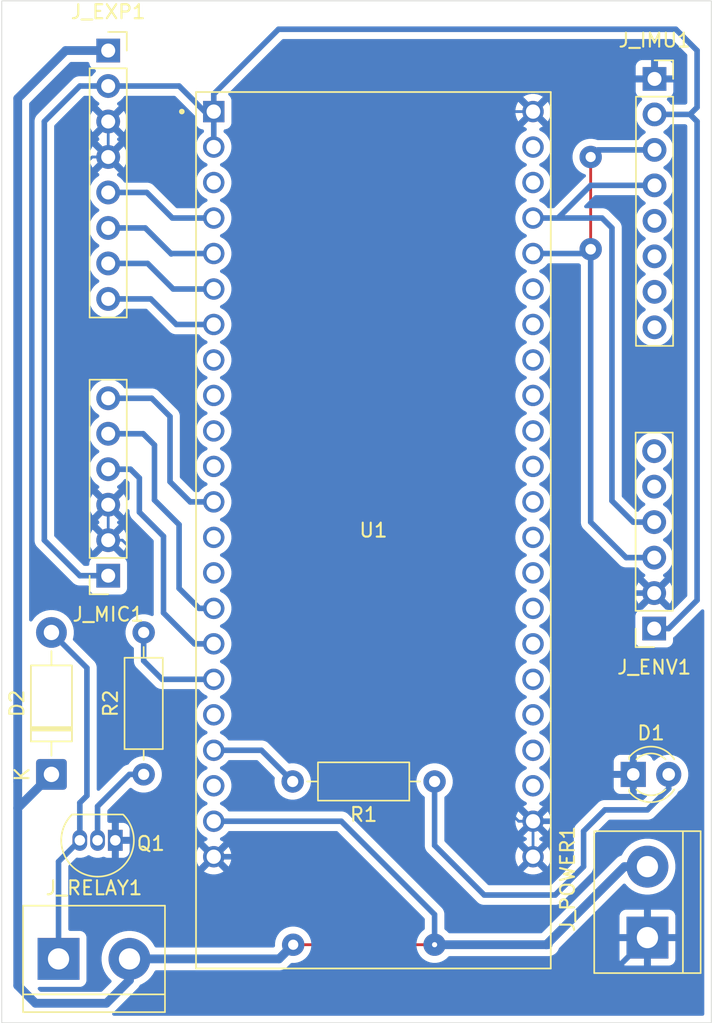
<source format=kicad_pcb>
(kicad_pcb (version 20241229) (generator "pcbnew") (generator_version "9.0")
  (layers (0 "F.Cu" signal) (2 "B.Cu" signal) (13 "F.Paste" user) (15 "B.Paste" user) (5 "F.SilkS" user "F.Silkscreen") (7 "B.SilkS" user "B.Silkscreen") (1 "F.Mask" user) (3 "B.Mask" user) (25 "Edge.Cuts" user))
  (net 0 "")
  (net 1 "GND")
  (net 2 "Net-(D1-A)")
  (net 3 "3V3")
  (net 4 "/SCL")
  (net 5 "/SDA")
  (net 6 "/CSB")
  (net 7 "/XDA")
  (net 8 "/XCL")
  (net 9 "/INT")
  (net 10 "/AD0")
  (net 11 "VCC")
  (net 12 "Net-(U1-GPIO13)")
  (net 14 "/GPIO6")
  (net 16 "/GPIO4")
  (net 17 "/GPIO5")
  (net 23 "/GPIO7")
  (net 28 "/SCK")
  (net 35 "/SD")
  (net 43 "/WS")
  (net 46 "/SDO")
  (net 47 "Net-(D2-A)")
  (net 48 "Net-(Q1-B)")
  (net 49 "/GPIO11")
  (footprint "Connector_PinSocket_2.54mm:PinSocket_1x08_P2.54mm_Vertical" (layer "F.Cu") (at 29.591 120.989039)
    (property "Reference" "J_EXP1" (at 0 -2.77 0) (layer "F.SilkS"))
    (property "Value" "EXP")
    (fp_line (start -1.33 1.27) (end -1.33 19.11) (stroke (width 0.12)) (layer "F.SilkS"))
    (fp_line (start -1.33 1.27) (end 1.33 1.27) (stroke (width 0.12)) (layer "F.SilkS"))
    (fp_line (start -1.33 19.11) (end 1.33 19.11) (stroke (width 0.12)) (layer "F.SilkS"))
    (fp_line (start 0 -1.33) (end 1.33 -1.33) (stroke (width 0.12)) (layer "F.SilkS"))
    (fp_line (start 1.33 -1.33) (end 1.33 0) (stroke (width 0.12)) (layer "F.SilkS"))
    (fp_line (start 1.33 1.27) (end 1.33 19.11) (stroke (width 0.12)) (layer "F.SilkS"))
    (pad "1" thru_hole rect (at 0 0) (size 1.7 1.7) (drill 1) (layers "*.Cu" "*.Mask") (net 11 "VCC"))
    (pad "2" thru_hole circle (at 0 2.54) (size 1.7 1.7) (drill 1) (layers "*.Cu" "*.Mask") (net 3 "3V3"))
    (pad "3" thru_hole circle (at 0 5.08) (size 1.7 1.7) (drill 1) (layers "*.Cu" "*.Mask") (net 1 "GND"))
    (pad "4" thru_hole circle (at 0 7.62) (size 1.7 1.7) (drill 1) (layers "*.Cu" "*.Mask") (net 1 "GND"))
    (pad "5" thru_hole circle (at 0 10.16) (size 1.7 1.7) (drill 1) (layers "*.Cu" "*.Mask") (net 16 "/GPIO4"))
    (pad "6" thru_hole circle (at 0 12.7) (size 1.7 1.7) (drill 1) (layers "*.Cu" "*.Mask") (net 17 "/GPIO5"))
    (pad "7" thru_hole circle (at 0 15.24) (size 1.7 1.7) (drill 1) (layers "*.Cu" "*.Mask") (net 14 "/GPIO6"))
    (pad "8" thru_hole circle (at 0 17.78) (size 1.7 1.7) (drill 1) (layers "*.Cu" "*.Mask") (net 23 "/GPIO7"))
  )
  (footprint "Resistor_THT:R_Axial_DIN0207_L6.3mm_D2.5mm_P10.16mm_Horizontal" (layer "F.Cu") (at 52.959 173.313039 180)
    (property "Reference" "R1" (at 5.08 -2.37 0) (layer "F.SilkS"))
    (property "Value" "330")
    (fp_line (start 9.12 0) (end 8.35 0) (stroke (width 0.12)) (layer "F.SilkS"))
    (fp_line (start 1.04 0) (end 1.81 0) (stroke (width 0.12)) (layer "F.SilkS"))
    (fp_rect (start 1.81 -1.37) (end 8.35 1.37) (stroke (width 0.12)) (fill no) (layer "F.SilkS"))
    (pad "1" thru_hole circle (at 0 0 180) (size 1.6 1.6) (drill 0.8) (layers "*.Cu" "*.Mask") (net 2 "Net-(D1-A)"))
    (pad "2" thru_hole circle (at 10.16 0 180) (size 1.6 1.6) (drill 0.8) (layers "*.Cu" "*.Mask") (net 12 "Net-(U1-GPIO13)"))
  )
  (footprint "Connector_PinSocket_2.54mm:PinSocket_1x08_P2.54mm_Vertical" (layer "F.Cu") (at 68.707 123.021039)
    (property "Reference" "J_IMU1" (at 0 -2.77 0) (layer "F.SilkS"))
    (property "Value" "MPU6050")
    (fp_line (start -1.33 1.27) (end -1.33 19.11) (stroke (width 0.12)) (layer "F.SilkS"))
    (fp_line (start -1.33 1.27) (end 1.33 1.27) (stroke (width 0.12)) (layer "F.SilkS"))
    (fp_line (start -1.33 19.11) (end 1.33 19.11) (stroke (width 0.12)) (layer "F.SilkS"))
    (fp_line (start 0 -1.33) (end 1.33 -1.33) (stroke (width 0.12)) (layer "F.SilkS"))
    (fp_line (start 1.33 -1.33) (end 1.33 0) (stroke (width 0.12)) (layer "F.SilkS"))
    (fp_line (start 1.33 1.27) (end 1.33 19.11) (stroke (width 0.12)) (layer "F.SilkS"))
    (pad "1" thru_hole rect (at 0 0) (size 1.7 1.7) (drill 1) (layers "*.Cu" "*.Mask") (net 1 "GND"))
    (pad "2" thru_hole circle (at 0 2.54) (size 1.7 1.7) (drill 1) (layers "*.Cu" "*.Mask") (net 3 "3V3"))
    (pad "3" thru_hole circle (at 0 5.08) (size 1.7 1.7) (drill 1) (layers "*.Cu" "*.Mask") (net 4 "/SCL"))
    (pad "4" thru_hole circle (at 0 7.62) (size 1.7 1.7) (drill 1) (layers "*.Cu" "*.Mask") (net 5 "/SDA"))
    (pad "5" thru_hole circle (at 0 10.16) (size 1.7 1.7) (drill 1) (layers "*.Cu" "*.Mask") (net 7 "/XDA"))
    (pad "6" thru_hole circle (at 0 12.7) (size 1.7 1.7) (drill 1) (layers "*.Cu" "*.Mask") (net 8 "/XCL"))
    (pad "7" thru_hole circle (at 0 15.24) (size 1.7 1.7) (drill 1) (layers "*.Cu" "*.Mask") (net 10 "/AD0"))
    (pad "8" thru_hole circle (at 0 17.78) (size 1.7 1.7) (drill 1) (layers "*.Cu" "*.Mask") (net 9 "/INT"))
  )
  (footprint "TerminalBlock:TerminalBlock_bornier-2_P5.08mm" (layer "F.Cu") (at 26.035 186.013039)
    (property "Reference" "J_RELAY1" (at 2.54 -5.08 0) (layer "F.SilkS"))
    (property "Value" "5V")
    (fp_line (start -2.54 -3.81) (end -2.54 3.81) (stroke (width 0.12)) (layer "F.SilkS"))
    (fp_line (start -2.54 3.81) (end 7.62 3.81) (stroke (width 0.12)) (layer "F.SilkS"))
    (fp_line (start 7.62 -3.81) (end -2.54 -3.81) (stroke (width 0.12)) (layer "F.SilkS"))
    (fp_line (start 7.62 2.54) (end -2.54 2.54) (stroke (width 0.12)) (layer "F.SilkS"))
    (fp_line (start 7.62 3.81) (end 7.62 -3.81) (stroke (width 0.12)) (layer "F.SilkS"))
    (pad "1" thru_hole rect (at 0 0) (size 3 3) (drill 1.52) (layers "*.Cu" "*.Mask") (net 47 "Net-(D2-A)"))
    (pad "2" thru_hole circle (at 5.08 0) (size 3 3) (drill 1.52) (layers "*.Cu" "*.Mask") (net 11 "VCC"))
  )
  (footprint "Resistor_THT:R_Axial_DIN0207_L6.3mm_D2.5mm_P10.16mm_Horizontal" (layer "F.Cu") (at 32.131 172.805039 90)
    (property "Reference" "R2" (at 5.08 -2.37 90) (layer "F.SilkS"))
    (property "Value" "1K")
    (fp_line (start 9.12 0) (end 8.35 0) (stroke (width 0.12)) (layer "F.SilkS"))
    (fp_line (start 1.04 0) (end 1.81 0) (stroke (width 0.12)) (layer "F.SilkS"))
    (fp_rect (start 1.81 -1.37) (end 8.35 1.37) (stroke (width 0.12)) (fill no) (layer "F.SilkS"))
    (pad "1" thru_hole circle (at 0 0 90) (size 1.6 1.6) (drill 0.8) (layers "*.Cu" "*.Mask") (net 48 "Net-(Q1-B)"))
    (pad "2" thru_hole circle (at 10.16 0 90) (size 1.6 1.6) (drill 0.8) (layers "*.Cu" "*.Mask") (net 49 "/GPIO11"))
  )
  (footprint "Connector_PinSocket_2.54mm:PinSocket_1x06_P2.54mm_Vertical" (layer "F.Cu") (at 29.591 158.581039 180)
    (property "Reference" "J_MIC1" (at 0 -2.77 0) (layer "F.SilkS"))
    (property "Value" "INMP441")
    (fp_line (start 1.33 1.27) (end 1.33 14.03) (stroke (width 0.12)) (layer "F.SilkS"))
    (fp_line (start 1.33 -1.33) (end 1.33 0) (stroke (width 0.12)) (layer "F.SilkS"))
    (fp_line (start 0 -1.33) (end 1.33 -1.33) (stroke (width 0.12)) (layer "F.SilkS"))
    (fp_line (start -1.33 14.03) (end 1.33 14.03) (stroke (width 0.12)) (layer "F.SilkS"))
    (fp_line (start -1.33 1.27) (end 1.33 1.27) (stroke (width 0.12)) (layer "F.SilkS"))
    (fp_line (start -1.33 1.27) (end -1.33 14.03) (stroke (width 0.12)) (layer "F.SilkS"))
    (pad "1" thru_hole rect (at 0 0 180) (size 1.7 1.7) (drill 1) (layers "*.Cu" "*.Mask") (net 3 "3V3"))
    (pad "2" thru_hole circle (at 0 2.54 180) (size 1.7 1.7) (drill 1) (layers "*.Cu" "*.Mask") (net 1 "GND"))
    (pad "3" thru_hole circle (at 0 5.08 180) (size 1.7 1.7) (drill 1) (layers "*.Cu" "*.Mask") (net 1 "GND"))
    (pad "4" thru_hole circle (at 0 7.62 180) (size 1.7 1.7) (drill 1) (layers "*.Cu" "*.Mask") (net 28 "/SCK"))
    (pad "5" thru_hole circle (at 0 10.16 180) (size 1.7 1.7) (drill 1) (layers "*.Cu" "*.Mask") (net 43 "/WS"))
    (pad "6" thru_hole circle (at 0 12.7 180) (size 1.7 1.7) (drill 1) (layers "*.Cu" "*.Mask") (net 35 "/SD"))
  )
  (footprint "Connector_PinSocket_2.54mm:PinSocket_1x06_P2.54mm_Vertical" (layer "F.Cu") (at 68.682 162.366039 180)
    (property "Reference" "J_ENV1" (at 0 -2.77 0) (layer "F.SilkS"))
    (property "Value" "BME280")
    (fp_line (start 1.33 1.27) (end 1.33 14.03) (stroke (width 0.12)) (layer "F.SilkS"))
    (fp_line (start 1.33 -1.33) (end 1.33 0) (stroke (width 0.12)) (layer "F.SilkS"))
    (fp_line (start 0 -1.33) (end 1.33 -1.33) (stroke (width 0.12)) (layer "F.SilkS"))
    (fp_line (start -1.33 14.03) (end 1.33 14.03) (stroke (width 0.12)) (layer "F.SilkS"))
    (fp_line (start -1.33 1.27) (end 1.33 1.27) (stroke (width 0.12)) (layer "F.SilkS"))
    (fp_line (start -1.33 1.27) (end -1.33 14.03) (stroke (width 0.12)) (layer "F.SilkS"))
    (pad "1" thru_hole rect (at 0 0 180) (size 1.7 1.7) (drill 1) (layers "*.Cu" "*.Mask") (net 3 "3V3"))
    (pad "2" thru_hole circle (at 0 2.54 180) (size 1.7 1.7) (drill 1) (layers "*.Cu" "*.Mask") (net 1 "GND"))
    (pad "3" thru_hole circle (at 0 5.08 180) (size 1.7 1.7) (drill 1) (layers "*.Cu" "*.Mask") (net 4 "/SCL"))
    (pad "4" thru_hole circle (at 0 7.62 180) (size 1.7 1.7) (drill 1) (layers "*.Cu" "*.Mask") (net 5 "/SDA"))
    (pad "5" thru_hole circle (at 0 10.16 180) (size 1.7 1.7) (drill 1) (layers "*.Cu" "*.Mask") (net 6 "/CSB"))
    (pad "6" thru_hole circle (at 0 12.7 180) (size 1.7 1.7) (drill 1) (layers "*.Cu" "*.Mask") (net 46 "/SDO"))
  )
  (footprint "Mis_Componentes:XCVR_ESP32-S3-DEVKITC-1-N8R2" (layer "F.Cu") (at 48.578 155.329039)
    (property "Reference" "U1" (at 0 0 0) (layer "F.SilkS"))
    (property "Value" "ESP32-S3-DEVKITC-1-N16R8")
    (fp_line (start -12.7 -31.37) (end 12.7 -31.37) (stroke (width 0.127)) (layer "F.SilkS"))
    (fp_line (start -12.7 31.37) (end -12.7 -31.37) (stroke (width 0.127)) (layer "F.SilkS"))
    (fp_line (start 12.7 -31.37) (end 12.7 31.37) (stroke (width 0.127)) (layer "F.SilkS"))
    (fp_line (start 12.7 31.37) (end -12.7 31.37) (stroke (width 0.127)) (layer "F.SilkS"))
    (fp_circle (center -13.716 -29.972) (end -13.616 -29.972) (stroke (width 0.2)) (fill no) (layer "F.SilkS"))
    (pad "J1_1" thru_hole rect (at -11.43 -29.97) (size 1.53 1.53) (drill 1.02) (layers "*.Cu" "*.Mask") (net 3 "3V3"))
    (pad "J1_2" thru_hole circle (at -11.43 -27.43) (size 1.53 1.53) (drill 1.02) (layers "*.Cu" "*.Mask") (net 3 "3V3"))
    (pad "J1_3" thru_hole circle (at -11.43 -24.89) (size 1.53 1.53) (drill 1.02) (layers "*.Cu" "*.Mask"))
    (pad "J1_4" thru_hole circle (at -11.43 -22.35) (size 1.53 1.53) (drill 1.02) (layers "*.Cu" "*.Mask") (net 16 "/GPIO4"))
    (pad "J1_5" thru_hole circle (at -11.43 -19.81) (size 1.53 1.53) (drill 1.02) (layers "*.Cu" "*.Mask") (net 17 "/GPIO5"))
    (pad "J1_6" thru_hole circle (at -11.43 -17.27) (size 1.53 1.53) (drill 1.02) (layers "*.Cu" "*.Mask") (net 14 "/GPIO6"))
    (pad "J1_7" thru_hole circle (at -11.43 -14.73) (size 1.53 1.53) (drill 1.02) (layers "*.Cu" "*.Mask") (net 23 "/GPIO7"))
    (pad "J1_8" thru_hole circle (at -11.43 -12.19) (size 1.53 1.53) (drill 1.02) (layers "*.Cu" "*.Mask"))
    (pad "J1_9" thru_hole circle (at -11.43 -9.65) (size 1.53 1.53) (drill 1.02) (layers "*.Cu" "*.Mask"))
    (pad "J1_10" thru_hole circle (at -11.43 -7.11) (size 1.53 1.53) (drill 1.02) (layers "*.Cu" "*.Mask"))
    (pad "J1_11" thru_hole circle (at -11.43 -4.57) (size 1.53 1.53) (drill 1.02) (layers "*.Cu" "*.Mask"))
    (pad "J1_12" thru_hole circle (at -11.43 -2.03) (size 1.53 1.53) (drill 1.02) (layers "*.Cu" "*.Mask") (net 35 "/SD"))
    (pad "J1_13" thru_hole circle (at -11.43 0.51) (size 1.53 1.53) (drill 1.02) (layers "*.Cu" "*.Mask"))
    (pad "J1_14" thru_hole circle (at -11.43 3.05) (size 1.53 1.53) (drill 1.02) (layers "*.Cu" "*.Mask"))
    (pad "J1_15" thru_hole circle (at -11.43 5.59) (size 1.53 1.53) (drill 1.02) (layers "*.Cu" "*.Mask") (net 43 "/WS"))
    (pad "J1_16" thru_hole circle (at -11.43 8.13) (size 1.53 1.53) (drill 1.02) (layers "*.Cu" "*.Mask") (net 28 "/SCK"))
    (pad "J1_17" thru_hole circle (at -11.43 10.67) (size 1.53 1.53) (drill 1.02) (layers "*.Cu" "*.Mask") (net 49 "/GPIO11"))
    (pad "J1_18" thru_hole circle (at -11.43 13.21) (size 1.53 1.53) (drill 1.02) (layers "*.Cu" "*.Mask"))
    (pad "J1_19" thru_hole circle (at -11.43 15.75) (size 1.53 1.53) (drill 1.02) (layers "*.Cu" "*.Mask") (net 12 "Net-(U1-GPIO13)"))
    (pad "J1_20" thru_hole circle (at -11.43 18.29) (size 1.53 1.53) (drill 1.02) (layers "*.Cu" "*.Mask"))
    (pad "J1_21" thru_hole circle (at -11.43 20.83) (size 1.53 1.53) (drill 1.02) (layers "*.Cu" "*.Mask") (net 11 "VCC"))
    (pad "J1_22" thru_hole circle (at -11.43 23.37) (size 1.53 1.53) (drill 1.02) (layers "*.Cu" "*.Mask") (net 1 "GND"))
    (pad "J3_1" thru_hole circle (at 11.43 -29.97) (size 1.53 1.53) (drill 1.02) (layers "*.Cu" "*.Mask") (net 1 "GND"))
    (pad "J3_2" thru_hole circle (at 11.43 -27.43) (size 1.53 1.53) (drill 1.02) (layers "*.Cu" "*.Mask"))
    (pad "J3_3" thru_hole circle (at 11.43 -24.89) (size 1.53 1.53) (drill 1.02) (layers "*.Cu" "*.Mask"))
    (pad "J3_4" thru_hole circle (at 11.43 -22.35) (size 1.53 1.53) (drill 1.02) (layers "*.Cu" "*.Mask") (net 5 "/SDA"))
    (pad "J3_5" thru_hole circle (at 11.43 -19.81) (size 1.53 1.53) (drill 1.02) (layers "*.Cu" "*.Mask") (net 4 "/SCL"))
    (pad "J3_6" thru_hole circle (at 11.43 -17.27) (size 1.53 1.53) (drill 1.02) (layers "*.Cu" "*.Mask"))
    (pad "J3_7" thru_hole circle (at 11.43 -14.73) (size 1.53 1.53) (drill 1.02) (layers "*.Cu" "*.Mask"))
    (pad "J3_8" thru_hole circle (at 11.43 -12.19) (size 1.53 1.53) (drill 1.02) (layers "*.Cu" "*.Mask"))
    (pad "J3_9" thru_hole circle (at 11.43 -9.65) (size 1.53 1.53) (drill 1.02) (layers "*.Cu" "*.Mask"))
    (pad "J3_10" thru_hole circle (at 11.43 -7.11) (size 1.53 1.53) (drill 1.02) (layers "*.Cu" "*.Mask"))
    (pad "J3_11" thru_hole circle (at 11.43 -4.57) (size 1.53 1.53) (drill 1.02) (layers "*.Cu" "*.Mask"))
    (pad "J3_12" thru_hole circle (at 11.43 -2.03) (size 1.53 1.53) (drill 1.02) (layers "*.Cu" "*.Mask"))
    (pad "J3_13" thru_hole circle (at 11.43 0.51) (size 1.53 1.53) (drill 1.02) (layers "*.Cu" "*.Mask"))
    (pad "J3_14" thru_hole circle (at 11.43 3.05) (size 1.53 1.53) (drill 1.02) (layers "*.Cu" "*.Mask"))
    (pad "J3_15" thru_hole circle (at 11.43 5.59) (size 1.53 1.53) (drill 1.02) (layers "*.Cu" "*.Mask"))
    (pad "J3_16" thru_hole circle (at 11.43 8.13) (size 1.53 1.53) (drill 1.02) (layers "*.Cu" "*.Mask"))
    (pad "J3_17" thru_hole circle (at 11.43 10.67) (size 1.53 1.53) (drill 1.02) (layers "*.Cu" "*.Mask"))
    (pad "J3_18" thru_hole circle (at 11.43 13.21) (size 1.53 1.53) (drill 1.02) (layers "*.Cu" "*.Mask"))
    (pad "J3_19" thru_hole circle (at 11.43 15.75) (size 1.53 1.53) (drill 1.02) (layers "*.Cu" "*.Mask"))
    (pad "J3_20" thru_hole circle (at 11.43 18.29) (size 1.53 1.53) (drill 1.02) (layers "*.Cu" "*.Mask"))
    (pad "J3_21" thru_hole circle (at 11.43 20.83) (size 1.53 1.53) (drill 1.02) (layers "*.Cu" "*.Mask") (net 1 "GND"))
    (pad "J3_22" thru_hole circle (at 11.43 23.37) (size 1.53 1.53) (drill 1.02) (layers "*.Cu" "*.Mask") (net 1 "GND"))
  )
  (footprint "Package_TO_SOT_THT:TO-92_Inline" (layer "F.Cu") (at 30.099 177.525039 180)
    (property "Reference" "Q1" (at -2.54 -0.233 0) (layer "F.SilkS"))
    (property "Value" "2N3904")
    (fp_line (start -0.53 1.85) (end 3.07 1.85) (stroke (width 0.12)) (layer "F.SilkS"))
    (fp_arc (start 1.27 -2.6) (mid 3.672087 -0.994977) (end 3.108478 1.838478) (stroke (width 0.12)) (layer "F.SilkS"))
    (fp_arc (start -0.568478 1.838478) (mid -1.132087 -0.994977) (end 1.27 -2.6) (stroke (width 0.12)) (layer "F.SilkS"))
    (pad "1" thru_hole rect (at 0 0 180) (size 1.05 1.5) (drill 0.75) (layers "*.Cu" "*.Mask") (net 1 "GND"))
    (pad "2" thru_hole oval (at 1.27 0 180) (size 1.05 1.5) (drill 0.75) (layers "*.Cu" "*.Mask") (net 48 "Net-(Q1-B)"))
    (pad "3" thru_hole oval (at 2.54 0 180) (size 1.05 1.5) (drill 0.75) (layers "*.Cu" "*.Mask") (net 47 "Net-(D2-A)"))
  )
  (footprint "LED_THT:LED_D3.0mm" (layer "F.Cu") (at 67.183 172.805039)
    (property "Reference" "D1" (at 1.27 -2.96 0) (layer "F.SilkS"))
    (property "Value" "LED")
    (fp_line (start -0.29 -1.236) (end -0.29 -1.08) (stroke (width 0.12)) (layer "F.SilkS"))
    (fp_line (start -0.29 1.08) (end -0.29 1.236) (stroke (width 0.12)) (layer "F.SilkS"))
    (fp_arc (start -0.29 -1.235516) (mid 1.36566 -1.987699) (end 2.941437 -1.08) (stroke (width 0.12)) (layer "F.SilkS"))
    (fp_arc (start 0.229039 -1.08) (mid 1.27 -1.5) (end 2.310961 -1.08) (stroke (width 0.12)) (layer "F.SilkS"))
    (fp_arc (start 2.310961 1.08) (mid 1.27 1.5) (end 0.229039 1.08) (stroke (width 0.12)) (layer "F.SilkS"))
    (fp_arc (start 2.941437 1.08) (mid 1.36566 1.987699) (end -0.29 1.235516) (stroke (width 0.12)) (layer "F.SilkS"))
    (pad "1" thru_hole rect (at 0 0) (size 1.8 1.8) (drill 0.9) (layers "*.Cu" "*.Mask") (net 1 "GND"))
    (pad "2" thru_hole circle (at 2.54 0) (size 1.8 1.8) (drill 0.9) (layers "*.Cu" "*.Mask") (net 2 "Net-(D1-A)"))
  )
  (footprint "Diode_THT:D_DO-41_SOD81_P10.16mm_Horizontal" (layer "F.Cu") (at 25.527 172.805039 90)
    (property "Reference" "D2" (at 5.08 -2.47 90) (layer "F.SilkS"))
    (property "Value" "1N4007")
    (fp_line (start 3.38 -1.47) (end 3.38 1.47) (stroke (width 0.12)) (layer "F.SilkS"))
    (fp_line (start 3.26 -1.47) (end 3.26 1.47) (stroke (width 0.12)) (layer "F.SilkS"))
    (fp_line (start 3.14 -1.47) (end 3.14 1.47) (stroke (width 0.12)) (layer "F.SilkS"))
    (fp_line (start 8.82 0) (end 7.8 0) (stroke (width 0.12)) (layer "F.SilkS"))
    (fp_line (start 1.34 0) (end 2.36 0) (stroke (width 0.12)) (layer "F.SilkS"))
    (fp_rect (start 2.36 -1.47) (end 7.8 1.47) (stroke (width 0.12)) (fill no) (layer "F.SilkS"))
    (fp_text user "K" (at 0 -2.1 90) (layer "F.SilkS"))
    (pad "1" thru_hole roundrect (at 0 0 90) (size 2.2 2.2) (drill 1.1) (layers "*.Cu" "*.Mask") (roundrect_rratio 0.113636) (net 11 "VCC"))
    (pad "2" thru_hole circle (at 10.16 0 90) (size 2.2 2.2) (drill 1.1) (layers "*.Cu" "*.Mask") (net 47 "Net-(D2-A)"))
  )
  (footprint "TerminalBlock:TerminalBlock_bornier-2_P5.08mm" (layer "F.Cu") (at 68.199 184.489039 90)
    (property "Reference" "J_POWER1" (at 4.191 -5.715 90) (layer "F.SilkS"))
    (property "Value" "+5V")
    (fp_line (start 7.62 -3.81) (end -2.54 -3.81) (stroke (width 0.12)) (layer "F.SilkS"))
    (fp_line (start -2.54 -3.81) (end -2.54 3.81) (stroke (width 0.12)) (layer "F.SilkS"))
    (fp_line (start 7.62 2.54) (end -2.54 2.54) (stroke (width 0.12)) (layer "F.SilkS"))
    (fp_line (start 7.62 3.81) (end 7.62 -3.81) (stroke (width 0.12)) (layer "F.SilkS"))
    (fp_line (start -2.54 3.81) (end 7.62 3.81) (stroke (width 0.12)) (layer "F.SilkS"))
    (pad "1" thru_hole rect (at 0 0 90) (size 3 3) (drill 1.52) (layers "*.Cu" "*.Mask") (net 1 "GND"))
    (pad "2" thru_hole circle (at 5.08 0 90) (size 3 3) (drill 1.52) (layers "*.Cu" "*.Mask") (net 11 "VCC"))
  )
  (gr_rect (start 21.971 117.433039) (end 72.771 190.585039) (stroke (width 0.05)) (fill no) (layer "Edge.Cuts"))
  (segment (start 67.183 168.741039) (end 65.151 166.709039) (width 0.4) (layer "B.Cu") (net 1))
  (segment (start 29.591 165.185039) (end 34.163 169.757039) (width 0.2) (layer "B.Cu") (net 1))
  (segment (start 62.346 123.021039) (end 68.707 123.021039) (width 0.4) (layer "B.Cu") (net 1))
  (segment (start 58.368 125.359039) (end 60.008 125.359039) (width 0.2) (layer "B.Cu") (net 1))
  (segment (start 67.183 170.265039) (end 68.707 168.741039) (width 0.4) (layer "B.Cu") (net 1))
  (segment (start 28.448 128.609039) (end 27.559 129.498039) (width 0.2) (layer "B.Cu") (net 1))
  (segment (start 60.008 125.359039) (end 62.346 123.021039) (width 0.4) (layer "B.Cu") (net 1))
  (segment (start 29.591 128.609039) (end 28.448 128.609039) (width 0.2) (layer "B.Cu") (net 1))
  (segment (start 58.98 176.159039) (end 56.134 173.313039) (width 0.2) (layer "B.Cu") (net 1))
  (segment (start 27.559 129.498039) (end 27.559 154.009039) (width 0.2) (layer "B.Cu") (net 1))
  (segment (start 29.591 153.501039) (end 29.591 156.041039) (width 0.2) (layer "B.Cu") (net 1))
  (segment (start 30.607 156.041039) (end 32.131 157.565039) (width 0.2) (layer "B.Cu") (net 1))
  (segment (start 32.491 177.525039) (end 34.2325 175.783539) (width 0.2) (layer "B.Cu") (net 1))
  (segment (start 64.643 172.805039) (end 67.183 172.805039) (width 0.4) (layer "B.Cu") (net 1))
  (segment (start 60.008 176.159039) (end 58.98 176.159039) (width 0.2) (layer "B.Cu") (net 1))
  (segment (start 30.099 160.613039) (end 29.591 161.121039) (width 0.2) (layer "B.Cu") (net 1))
  (segment (start 32.131 160.105039) (end 31.623 160.613039) (width 0.2) (layer "B.Cu") (net 1))
  (segment (start 29.591 156.041039) (end 30.607 156.041039) (width 0.2) (layer "B.Cu") (net 1))
  (segment (start 29.591 128.609039) (end 29.591 126.069039) (width 0.2) (layer "B.Cu") (net 1))
  (segment (start 60.008 176.159039) (end 61.289 176.159039) (width 0.4) (layer "B.Cu") (net 1))
  (segment (start 61.289 176.159039) (end 64.643 172.805039) (width 0.4) (layer "B.Cu") (net 1))
  (segment (start 34.2325 175.783539) (end 37.148 178.699039) (width 0.2) (layer "B.Cu") (net 1))
  (segment (start 68.199 184.489039) (end 64.643 188.045039) (width 0.4) (layer "B.Cu") (net 1))
  (segment (start 34.163 169.757039) (end 34.163 175.714039) (width 0.2) (layer "B.Cu") (net 1))
  (segment (start 31.623 160.613039) (end 30.099 160.613039) (width 0.2) (layer "B.Cu") (net 1))
  (segment (start 29.591 161.121039) (end 29.591 165.185039) (width 0.2) (layer "B.Cu") (net 1))
  (segment (start 71.755 169.757039) (end 71.755 183.473039) (width 0.4) (layer "B.Cu") (net 1))
  (segment (start 71.755 183.473039) (end 70.739 184.489039) (width 0.4) (layer "B.Cu") (net 1))
  (segment (start 68.682 159.826039) (end 66.446 159.826039) (width 0.4) (layer "B.Cu") (net 1))
  (segment (start 56.134 127.593039) (end 58.368 125.359039) (width 0.2) (layer "B.Cu") (net 1))
  (segment (start 42.597 178.699039) (end 51.943 188.045039) (width 0.4) (layer "B.Cu") (net 1))
  (segment (start 51.943 188.045039) (end 64.643 188.045039) (width 0.4) (layer "B.Cu") (net 1))
  (segment (start 65.151 166.709039) (end 65.151 161.121039) (width 0.4) (layer "B.Cu") (net 1))
  (segment (start 67.183 172.805039) (end 67.183 168.741039) (width 0.4) (layer "B.Cu") (net 1))
  (segment (start 32.131 157.565039) (end 32.131 160.105039) (width 0.2) (layer "B.Cu") (net 1))
  (segment (start 27.559 154.009039) (end 29.591 156.041039) (width 0.2) (layer "B.Cu") (net 1))
  (segment (start 60.008 176.159039) (end 60.008 178.699039) (width 0.2) (layer "B.Cu") (net 1))
  (segment (start 34.163 175.714039) (end 34.2325 175.783539) (width 0.2) (layer "B.Cu") (net 1))
  (segment (start 70.739 184.489039) (end 68.199 184.489039) (width 0.4) (layer "B.Cu") (net 1))
  (segment (start 68.707 168.741039) (end 70.739 168.741039) (width 0.4) (layer "B.Cu") (net 1))
  (segment (start 37.148 178.699039) (end 42.597 178.699039) (width 0.4) (layer "B.Cu") (net 1))
  (segment (start 70.739 168.741039) (end 71.755 169.757039) (width 0.4) (layer "B.Cu") (net 1))
  (segment (start 30.099 177.525039) (end 32.491 177.525039) (width 0.2) (layer "B.Cu") (net 1))
  (segment (start 66.446 159.826039) (end 65.151 161.121039) (width 0.4) (layer "B.Cu") (net 1))
  (segment (start 56.134 173.313039) (end 56.134 127.593039) (width 0.2) (layer "B.Cu") (net 1))
  (segment (start 67.183 172.805039) (end 67.183 170.265039) (width 0.2) (layer "B.Cu") (net 1))
  (segment (start 61.595 181.441039) (end 63.627 179.409039) (width 0.4) (layer "B.Cu") (net 2))
  (segment (start 65.151 175.345039) (end 68.199 175.345039) (width 0.4) (layer "B.Cu") (net 2))
  (segment (start 63.627 179.409039) (end 63.627 176.869039) (width 0.4) (layer "B.Cu") (net 2))
  (segment (start 52.959 173.313039) (end 52.959 177.885039) (width 0.4) (layer "B.Cu") (net 2))
  (segment (start 56.515 181.441039) (end 61.595 181.441039) (width 0.4) (layer "B.Cu") (net 2))
  (segment (start 63.627 176.869039) (end 65.151 175.345039) (width 0.4) (layer "B.Cu") (net 2))
  (segment (start 52.959 177.885039) (end 56.515 181.441039) (width 0.4) (layer "B.Cu") (net 2))
  (segment (start 69.723 173.821039) (end 69.723 172.805039) (width 0.4) (layer "B.Cu") (net 2))
  (segment (start 68.199 175.345039) (end 69.723 173.821039) (width 0.4) (layer "B.Cu") (net 2))
  (segment (start 70.231 119.465039) (end 71.755 120.989039) (width 0.4) (layer "B.Cu") (net 3))
  (segment (start 71.755 160.334039) (end 71.755 126.069039) (width 0.4) (layer "B.Cu") (net 3))
  (segment (start 27.559 158.581039) (end 25.019 156.041039) (width 0.4) (layer "B.Cu") (net 3))
  (segment (start 71.755 126.069039) (end 71.247 125.561039) (width 0.4) (layer "B.Cu") (net 3))
  (segment (start 36.501 125.359039) (end 37.148 125.359039) (width 0.2) (layer "B.Cu") (net 3))
  (segment (start 25.019 156.041039) (end 25.019 126.069039) (width 0.4) (layer "B.Cu") (net 3))
  (segment (start 37.148 124.100039) (end 41.783 119.465039) (width 0.4) (layer "B.Cu") (net 3))
  (segment (start 29.591 158.581039) (end 27.559 158.581039) (width 0.4) (layer "B.Cu") (net 3))
  (segment (start 69.723 162.366039) (end 71.755 160.334039) (width 0.4) (layer "B.Cu") (net 3))
  (segment (start 71.755 120.989039) (end 71.755 125.053039) (width 0.4) (layer "B.Cu") (net 3))
  (segment (start 34.671 123.529039) (end 36.501 125.359039) (width 0.4) (layer "B.Cu") (net 3))
  (segment (start 71.755 125.053039) (end 71.247 125.561039) (width 0.4) (layer "B.Cu") (net 3))
  (segment (start 27.559 123.529039) (end 29.591 123.529039) (width 0.4) (layer "B.Cu") (net 3))
  (segment (start 25.019 126.069039) (end 27.559 123.529039) (width 0.4) (layer "B.Cu") (net 3))
  (segment (start 71.247 125.561039) (end 68.707 125.561039) (width 0.4) (layer "B.Cu") (net 3))
  (segment (start 68.682 162.366039) (end 69.723 162.366039) (width 0.4) (layer "B.Cu") (net 3))
  (segment (start 41.783 119.465039) (end 70.231 119.465039) (width 0.4) (layer "B.Cu") (net 3))
  (segment (start 37.148 125.359039) (end 37.148 124.100039) (width 0.4) (layer "B.Cu") (net 3))
  (segment (start 37.148 125.359039) (end 37.148 127.899039) (width 0.4) (layer "B.Cu") (net 3))
  (segment (start 29.591 123.529039) (end 34.671 123.529039) (width 0.4) (layer "B.Cu") (net 3))
  (segment (start 64.135 128.609039) (end 64.135 135.213039) (width 0.2) (layer "F.Cu") (net 4))
  (via (at 64.135 128.609039) (size 1.6) (drill 0.73) (layers "F.Cu" "B.Cu") (net 4))
  (via (at 64.135 135.213039) (size 1.6) (drill 0.76) (layers "F.Cu" "B.Cu") (padstack (mode custom) (layer "B.Cu" (size 1.6))) (net 4))
  (segment (start 60.008 135.519039) (end 63.829 135.519039) (width 0.4) (layer "B.Cu") (net 4))
  (segment (start 64.135 154.746039) (end 66.675 157.286039) (width 0.4) (layer "B.Cu") (net 4))
  (segment (start 66.675 157.286039) (end 68.682 157.286039) (width 0.4) (layer "B.Cu") (net 4))
  (segment (start 64.135 154.009039) (end 64.135 154.746039) (width 0.4) (layer "B.Cu") (net 4))
  (segment (start 64.135 135.213039) (end 64.135 154.009039) (width 0.4) (layer "B.Cu") (net 4))
  (segment (start 64.643 128.101039) (end 68.707 128.101039) (width 0.4) (layer "B.Cu") (net 4))
  (segment (start 64.135 128.609039) (end 64.643 128.101039) (width 0.2) (layer "B.Cu") (net 4))
  (segment (start 63.829 135.519039) (end 64.135 135.213039) (width 0.2) (layer "B.Cu") (net 4))
  (segment (start 61.797 132.979039) (end 64.135 130.641039) (width 0.4) (layer "B.Cu") (net 5))
  (segment (start 64.135 130.641039) (end 68.707 130.641039) (width 0.4) (layer "B.Cu") (net 5))
  (segment (start 64.949 132.979039) (end 61.797 132.979039) (width 0.4) (layer "B.Cu") (net 5))
  (segment (start 68.682 154.746039) (end 67.183 154.746039) (width 0.4) (layer "B.Cu") (net 5))
  (segment (start 67.183 154.746039) (end 65.659 153.222039) (width 0.4) (layer "B.Cu") (net 5))
  (segment (start 60.008 132.979039) (end 61.797 132.979039) (width 0.4) (layer "B.Cu") (net 5))
  (segment (start 65.659 153.222039) (end 65.659 133.689039) (width 0.4) (layer "B.Cu") (net 5))
  (segment (start 65.659 133.689039) (end 64.949 132.979039) (width 0.4) (layer "B.Cu") (net 5))
  (segment (start 43.307 184.997039) (end 42.799 185.505039) (width 0.2) (layer "F.Cu") (net 11))
  (segment (start 52.959 184.997039) (end 43.307 184.997039) (width 0.2) (layer "F.Cu") (net 11))
  (via (at 42.835562 184.999573) (size 1.6) (drill 0.73) (layers "F.Cu" "B.Cu") (net 11))
  (via (at 52.959 184.997039) (size 1.6) (drill 0.37) (layers "F.Cu" "B.Cu") (net 11))
  (segment (start 60.96 184.997039) (end 66.548 179.409039) (width 0.63) (layer "B.Cu") (net 11))
  (segment (start 26.543 120.989039) (end 29.591 120.989039) (width 0.63) (layer "B.Cu") (net 11))
  (segment (start 37.148 176.159039) (end 46.28 176.159039) (width 0.4) (layer "B.Cu") (net 11))
  (segment (start 31.115 187.537039) (end 31.115 186.013039) (width 0.63) (layer "B.Cu") (net 11))
  (segment (start 23.114 187.918039) (end 24.384 189.188039) (width 0.63) (layer "B.Cu") (net 11))
  (segment (start 52.959 184.997039) (end 60.96 184.997039) (width 0.63) (layer "B.Cu") (net 11))
  (segment (start 23.114 175.218039) (end 23.114 187.918039) (width 0.63) (layer "B.Cu") (net 11))
  (segment (start 46.28 176.159039) (end 52.959 182.838039) (width 0.4) (layer "B.Cu") (net 11))
  (segment (start 23.114 173.313039) (end 23.114 124.418039) (width 0.63) (layer "B.Cu") (net 11))
  (segment (start 41.822096 186.013039) (end 42.835562 184.999573) (width 0.63) (layer "B.Cu") (net 11))
  (segment (start 31.115 186.013039) (end 41.822096 186.013039) (width 0.63) (layer "B.Cu") (net 11))
  (segment (start 52.959 182.838039) (end 52.959 184.997039) (width 0.4) (layer "B.Cu") (net 11))
  (segment (start 60.96 184.997039) (end 61.087 184.997039) (width 0.63) (layer "B.Cu") (net 11))
  (segment (start 66.548 179.409039) (end 68.199 179.409039) (width 0.63) (layer "B.Cu") (net 11))
  (segment (start 25.527 172.805039) (end 23.114 175.218039) (width 0.635) (layer "B.Cu") (net 11))
  (segment (start 23.114 173.313039) (end 23.114 175.218039) (width 0.63) (layer "B.Cu") (net 11))
  (segment (start 66.675 179.409039) (end 68.199 179.409039) (width 0.2) (layer "B.Cu") (net 11))
  (segment (start 29.464 189.188039) (end 31.115 187.537039) (width 0.63) (layer "B.Cu") (net 11))
  (segment (start 23.114 124.418039) (end 26.543 120.989039) (width 0.63) (layer "B.Cu") (net 11))
  (segment (start 24.384 189.188039) (end 29.464 189.188039) (width 0.63) (layer "B.Cu") (net 11))
  (segment (start 37.148 171.079039) (end 40.565 171.079039) (width 0.4) (layer "B.Cu") (net 12))
  (segment (start 40.565 171.079039) (end 42.799 173.313039) (width 0.4) (layer "B.Cu") (net 12))
  (segment (start 29.591 136.229039) (end 32.413736 136.229039) (width 0.4) (layer "B.Cu") (net 14))
  (segment (start 32.413736 136.229039) (end 34.243736 138.059039) (width 0.4) (layer "B.Cu") (net 14))
  (segment (start 34.243736 138.059039) (end 37.148 138.059039) (width 0.4) (layer "B.Cu") (net 14))
  (segment (start 32.354997 131.149039) (end 34.184997 132.979039) (width 0.4) (layer "B.Cu") (net 16))
  (segment (start 34.184997 132.979039) (end 37.148 132.979039) (width 0.4) (layer "B.Cu") (net 16))
  (segment (start 29.591 131.149039) (end 32.354997 131.149039) (width 0.4) (layer "B.Cu") (net 16))
  (segment (start 34.134889 135.519039) (end 37.148 135.519039) (width 0.4) (layer "B.Cu") (net 17))
  (segment (start 34.105528 135.5484) (end 34.134889 135.519039) (width 0.4) (layer "B.Cu") (net 17))
  (segment (start 29.591 133.689039) (end 32.246167 133.689039) (width 0.4) (layer "B.Cu") (net 17))
  (segment (start 32.246167 133.689039) (end 34.105528 135.5484) (width 0.4) (layer "B.Cu") (net 17))
  (segment (start 34.469 140.599039) (end 37.148 140.599039) (width 0.4) (layer "B.Cu") (net 23))
  (segment (start 32.639 138.769039) (end 34.469 140.599039) (width 0.4) (layer "B.Cu") (net 23))
  (segment (start 29.591 138.769039) (end 32.639 138.769039) (width 0.4) (layer "B.Cu") (net 23))
  (segment (start 33.550194 155.760837) (end 33.550194 161.242765) (width 0.4) (layer "B.Cu") (net 28))
  (segment (start 35.766468 163.459039) (end 37.148 163.459039) (width 0.4) (layer "B.Cu") (net 28))
  (segment (start 29.591 150.961039) (end 31.191927 150.961039) (width 0.4) (layer "B.Cu") (net 28))
  (segment (start 31.822696 154.033339) (end 33.550194 155.760837) (width 0.4) (layer "B.Cu") (net 28))
  (segment (start 31.822696 151.591808) (end 31.822696 154.033339) (width 0.4) (layer "B.Cu") (net 28))
  (segment (start 33.550194 161.242765) (end 35.766468 163.459039) (width 0.4) (layer "B.Cu") (net 28))
  (segment (start 31.191927 150.961039) (end 31.822696 151.591808) (width 0.4) (layer "B.Cu") (net 28))
  (segment (start 32.70892 145.881039) (end 34.017196 147.189315) (width 0.4) (layer "B.Cu") (net 35))
  (segment (start 34.017196 151.85356) (end 35.462675 153.299039) (width 0.4) (layer "B.Cu") (net 35))
  (segment (start 35.462675 153.299039) (end 37.148 153.299039) (width 0.4) (layer "B.Cu") (net 35))
  (segment (start 29.591 145.881039) (end 32.70892 145.881039) (width 0.4) (layer "B.Cu") (net 35))
  (segment (start 34.017196 147.189315) (end 34.017196 151.85356) (width 0.4) (layer "B.Cu") (net 35))
  (segment (start 32.097964 148.421039) (end 32.904688 149.227763) (width 0.4) (layer "B.Cu") (net 43))
  (segment (start 32.904688 153.166458) (end 34.666736 154.928506) (width 0.4) (layer "B.Cu") (net 43))
  (segment (start 34.666736 159.489102) (end 36.096673 160.919039) (width 0.4) (layer "B.Cu") (net 43))
  (segment (start 36.096673 160.919039) (end 37.148 160.919039) (width 0.4) (layer "B.Cu") (net 43))
  (segment (start 34.666736 154.928506) (end 34.666736 159.489102) (width 0.4) (layer "B.Cu") (net 43))
  (segment (start 32.904688 149.227763) (end 32.904688 153.166458) (width 0.4) (layer "B.Cu") (net 43))
  (segment (start 29.591 148.421039) (end 32.097964 148.421039) (width 0.4) (layer "B.Cu") (net 43))
  (segment (start 25.527 162.645039) (end 28.067 165.185039) (width 0.4) (layer "B.Cu") (net 47))
  (segment (start 27.559 174.837039) (end 27.559 177.525039) (width 0.4) (layer "B.Cu") (net 47))
  (segment (start 26.035 179.049039) (end 27.559 177.525039) (width 0.4) (layer "B.Cu") (net 47))
  (segment (start 28.067 174.329039) (end 27.559 174.837039) (width 0.4) (layer "B.Cu") (net 47))
  (segment (start 28.067 165.185039) (end 28.067 174.329039) (width 0.4) (layer "B.Cu") (net 47))
  (segment (start 26.035 186.013039) (end 26.035 179.049039) (width 0.4) (layer "B.Cu") (net 47))
  (segment (start 28.829 175.091039) (end 31.115 172.805039) (width 0.4) (layer "B.Cu") (net 48))
  (segment (start 31.115 172.805039) (end 32.131 172.805039) (width 0.4) (layer "B.Cu") (net 48))
  (segment (start 28.829 177.525039) (end 28.829 175.091039) (width 0.4) (layer "B.Cu") (net 48))
  (segment (start 33.453 165.999039) (end 37.148 165.999039) (width 0.4) (layer "B.Cu") (net 49))
  (segment (start 32.131 162.645039) (end 32.131 164.677039) (width 0.4) (layer "B.Cu") (net 49))
  (segment (start 32.131 164.677039) (end 33.453 165.999039) (width 0.4) (layer "B.Cu") (net 49))
  (zone (net 1) (net_name "GND") (layer "B.Cu") (connect_pads (clearance 0.5)) (min_thickness 0.25) (fill yes (thermal_gap 0.5) (thermal_bridge_width 0.5))
    (polygon (pts (xy 21.844 190.458039) (xy 21.844 117.433039) (xy 72.644 117.433039) (xy 72.644 190.458039)))
  )
)
</source>
